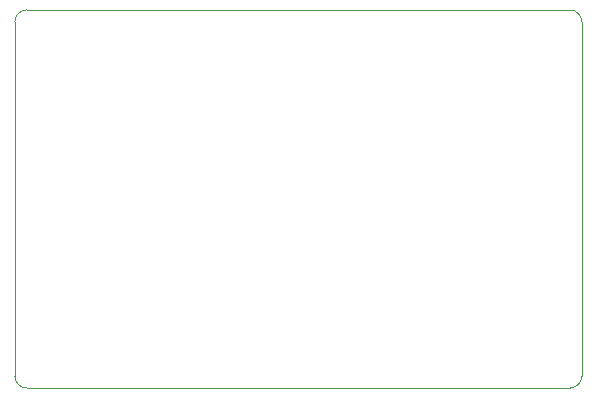
<source format=gbr>
%TF.GenerationSoftware,KiCad,Pcbnew,6.0.9-8da3e8f707~116~ubuntu20.04.1*%
%TF.CreationDate,2023-02-10T20:47:25+02:00*%
%TF.ProjectId,buck_regulator,6275636b-5f72-4656-9775-6c61746f722e,rev?*%
%TF.SameCoordinates,PX82a7440PY3750280*%
%TF.FileFunction,Profile,NP*%
%FSLAX46Y46*%
G04 Gerber Fmt 4.6, Leading zero omitted, Abs format (unit mm)*
G04 Created by KiCad (PCBNEW 6.0.9-8da3e8f707~116~ubuntu20.04.1) date 2023-02-10 20:47:25*
%MOMM*%
%LPD*%
G01*
G04 APERTURE LIST*
%TA.AperFunction,Profile*%
%ADD10C,0.100000*%
%TD*%
G04 APERTURE END LIST*
D10*
X0Y-31000000D02*
G75*
G03*
X1000000Y-32000000I1000000J0D01*
G01*
X47000000Y-32000000D02*
G75*
G03*
X48000000Y-31000000I0J1000000D01*
G01*
X48000000Y-1000000D02*
G75*
G03*
X47000000Y0I-1000000J0D01*
G01*
X1000000Y0D02*
G75*
G03*
X0Y-1000000I0J-1000000D01*
G01*
X47000000Y-32000000D02*
X1000000Y-32000000D01*
X48000000Y-1000000D02*
X48000000Y-31000000D01*
X1000000Y0D02*
X47000000Y0D01*
X0Y-31000000D02*
X0Y-1000000D01*
M02*

</source>
